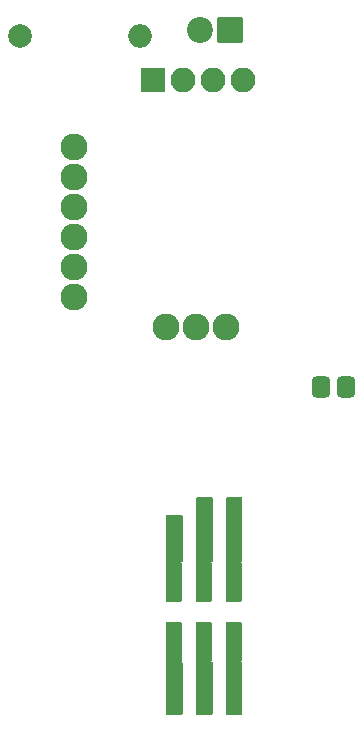
<source format=gbs>
G04 #@! TF.GenerationSoftware,KiCad,Pcbnew,6.0.9*
G04 #@! TF.CreationDate,2022-11-23T21:17:53-08:00*
G04 #@! TF.ProjectId,shitpad,73686974-7061-4642-9e6b-696361645f70,rev?*
G04 #@! TF.SameCoordinates,Original*
G04 #@! TF.FileFunction,Soldermask,Bot*
G04 #@! TF.FilePolarity,Negative*
%FSLAX46Y46*%
G04 Gerber Fmt 4.6, Leading zero omitted, Abs format (unit mm)*
G04 Created by KiCad (PCBNEW 6.0.9) date 2022-11-23 21:17:53*
%MOMM*%
%LPD*%
G01*
G04 APERTURE LIST*
G04 Aperture macros list*
%AMRoundRect*
0 Rectangle with rounded corners*
0 $1 Rounding radius*
0 $2 $3 $4 $5 $6 $7 $8 $9 X,Y pos of 4 corners*
0 Add a 4 corners polygon primitive as box body*
4,1,4,$2,$3,$4,$5,$6,$7,$8,$9,$2,$3,0*
0 Add four circle primitives for the rounded corners*
1,1,$1+$1,$2,$3*
1,1,$1+$1,$4,$5*
1,1,$1+$1,$6,$7*
1,1,$1+$1,$8,$9*
0 Add four rect primitives between the rounded corners*
20,1,$1+$1,$2,$3,$4,$5,0*
20,1,$1+$1,$4,$5,$6,$7,0*
20,1,$1+$1,$6,$7,$8,$9,0*
20,1,$1+$1,$8,$9,$2,$3,0*%
G04 Aperture macros list end*
%ADD10RoundRect,0.200000X0.850000X-0.850000X0.850000X0.850000X-0.850000X0.850000X-0.850000X-0.850000X0*%
%ADD11O,2.100000X2.100000*%
%ADD12RoundRect,0.200000X0.900000X0.900000X-0.900000X0.900000X-0.900000X-0.900000X0.900000X-0.900000X0*%
%ADD13C,2.200000*%
%ADD14RoundRect,0.450000X0.337500X0.475000X-0.337500X0.475000X-0.337500X-0.475000X0.337500X-0.475000X0*%
%ADD15C,2.279600*%
%ADD16RoundRect,0.200000X0.500000X-1.500000X0.500000X1.500000X-0.500000X1.500000X-0.500000X-1.500000X0*%
%ADD17C,2.000000*%
%ADD18O,2.000000X2.000000*%
G04 APERTURE END LIST*
D10*
X86690000Y-36000000D03*
D11*
X89230000Y-36000000D03*
X91770000Y-36000000D03*
X94310000Y-36000000D03*
D12*
X93218000Y-31750000D03*
D13*
X90678000Y-31750000D03*
D14*
X102987500Y-61990000D03*
X100912500Y-61990000D03*
D15*
X80000000Y-54350000D03*
X80000000Y-51810000D03*
X80000000Y-49270000D03*
X80000000Y-46730000D03*
X80000000Y-44190000D03*
X80000000Y-41650000D03*
X87750000Y-56850000D03*
X90290000Y-56850000D03*
X92830000Y-56850000D03*
D16*
X93540000Y-78480000D03*
X93540000Y-83520000D03*
X91000000Y-78480000D03*
X91000000Y-83520000D03*
X88460000Y-78480000D03*
X88460000Y-83520000D03*
D17*
X75438000Y-32250000D03*
D18*
X85598000Y-32250000D03*
G36*
X91656121Y-85209994D02*
G01*
X91702614Y-85263650D01*
X91714000Y-85315992D01*
X91714000Y-89613992D01*
X91693998Y-89682113D01*
X91640342Y-89728606D01*
X91588000Y-89739992D01*
X90440000Y-89739992D01*
X90371879Y-89719990D01*
X90325386Y-89666334D01*
X90314000Y-89613992D01*
X90314000Y-85315992D01*
X90334002Y-85247871D01*
X90387658Y-85201378D01*
X90440000Y-85189992D01*
X91588000Y-85189992D01*
X91656121Y-85209994D01*
G37*
G36*
X94156121Y-85236002D02*
G01*
X94202614Y-85289658D01*
X94214000Y-85342000D01*
X94214000Y-89640000D01*
X94193998Y-89708121D01*
X94140342Y-89754614D01*
X94088000Y-89766000D01*
X92940000Y-89766000D01*
X92871879Y-89745998D01*
X92825386Y-89692342D01*
X92814000Y-89640000D01*
X92814000Y-85342000D01*
X92834002Y-85273879D01*
X92887658Y-85227386D01*
X92940000Y-85216000D01*
X94088000Y-85216000D01*
X94156121Y-85236002D01*
G37*
G36*
X94156121Y-71286002D02*
G01*
X94202614Y-71339658D01*
X94214000Y-71392000D01*
X94214000Y-76690000D01*
X94193998Y-76758121D01*
X94140342Y-76804614D01*
X94088000Y-76816000D01*
X92940000Y-76816000D01*
X92871879Y-76795998D01*
X92825386Y-76742342D01*
X92814000Y-76690000D01*
X92814000Y-71392000D01*
X92834002Y-71323879D01*
X92887658Y-71277386D01*
X92940000Y-71266000D01*
X94088000Y-71266000D01*
X94156121Y-71286002D01*
G37*
G36*
X91656121Y-71286002D02*
G01*
X91702614Y-71339658D01*
X91714000Y-71392000D01*
X91714000Y-76690000D01*
X91693998Y-76758121D01*
X91640342Y-76804614D01*
X91588000Y-76816000D01*
X90440000Y-76816000D01*
X90371879Y-76795998D01*
X90325386Y-76742342D01*
X90314000Y-76690000D01*
X90314000Y-71392000D01*
X90334002Y-71323879D01*
X90387658Y-71277386D01*
X90440000Y-71266000D01*
X91588000Y-71266000D01*
X91656121Y-71286002D01*
G37*
G36*
X89106121Y-72786002D02*
G01*
X89152614Y-72839658D01*
X89164000Y-72892000D01*
X89164000Y-76690000D01*
X89143998Y-76758121D01*
X89090342Y-76804614D01*
X89038000Y-76816000D01*
X87890000Y-76816000D01*
X87821879Y-76795998D01*
X87775386Y-76742342D01*
X87764000Y-76690000D01*
X87764000Y-72892000D01*
X87784002Y-72823879D01*
X87837658Y-72777386D01*
X87890000Y-72766000D01*
X89038000Y-72766000D01*
X89106121Y-72786002D01*
G37*
G36*
X89106121Y-85186002D02*
G01*
X89152614Y-85239658D01*
X89164000Y-85292000D01*
X89164000Y-89590000D01*
X89143998Y-89658121D01*
X89090342Y-89704614D01*
X89038000Y-89716000D01*
X87890000Y-89716000D01*
X87821879Y-89695998D01*
X87775386Y-89642342D01*
X87764000Y-89590000D01*
X87764000Y-85292000D01*
X87784002Y-85223879D01*
X87837658Y-85177386D01*
X87890000Y-85166000D01*
X89038000Y-85166000D01*
X89106121Y-85186002D01*
G37*
M02*

</source>
